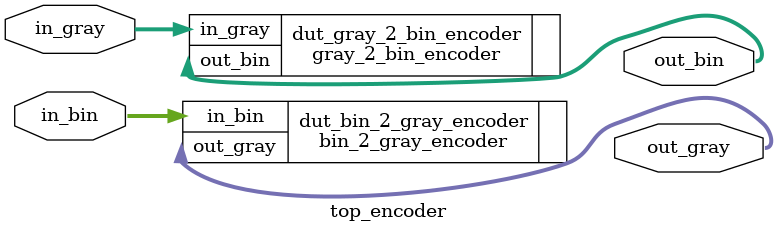
<source format=sv>
`timescale 1ns/100ps

`include "09_gray_bin_encoder/bin_2_gray_encoder.sv"
`include "09_gray_bin_encoder/gray_2_bin_encoder.sv"

module top_encoder #(parameter DATA_WIDTH=4) (
    input   logic [DATA_WIDTH-1:0] in_bin,
    input   logic [DATA_WIDTH-1:0] in_gray,
    output  logic [DATA_WIDTH-1:0] out_gray,
    output  logic [DATA_WIDTH-1:0] out_bin
);

    bin_2_gray_encoder #(.DATA_WIDTH(DATA_WIDTH)) dut_bin_2_gray_encoder(
        .in_bin   (in_bin   ),
        .out_gray (out_gray )
    );

    gray_2_bin_encoder #(.DATA_WIDTH(DATA_WIDTH)) dut_gray_2_bin_encoder(
        .in_gray (in_gray ),
        .out_bin (out_bin )
    );

endmodule

</source>
